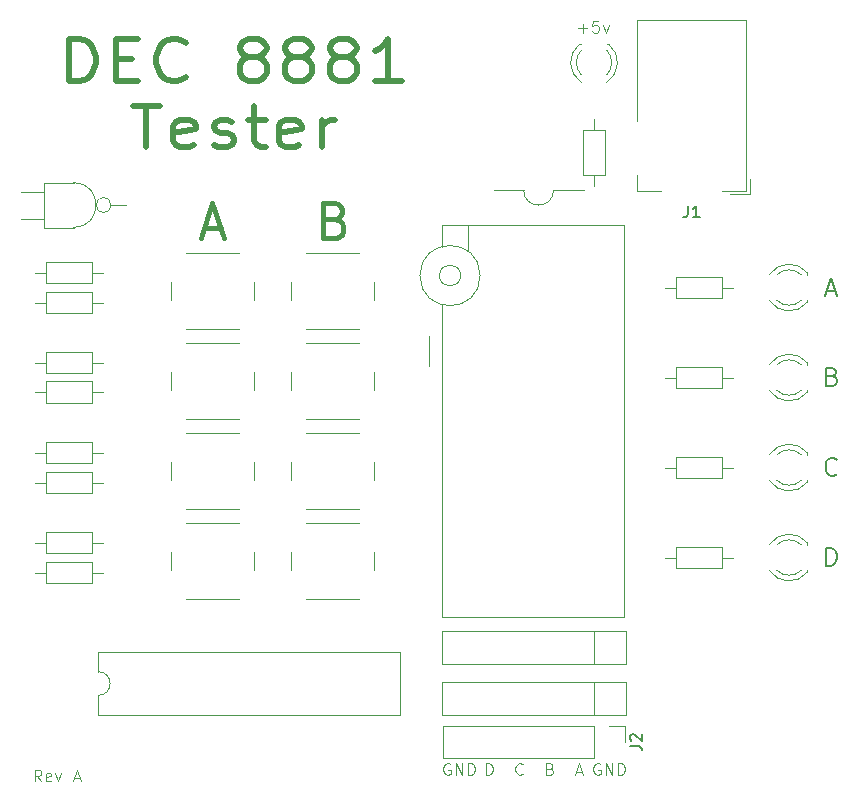
<source format=gto>
G04 #@! TF.GenerationSoftware,KiCad,Pcbnew,8.0.3*
G04 #@! TF.CreationDate,2024-11-19T19:51:00+13:00*
G04 #@! TF.ProjectId,DEC8881_tester,44454338-3838-4315-9f74-65737465722e,rev?*
G04 #@! TF.SameCoordinates,Original*
G04 #@! TF.FileFunction,Legend,Top*
G04 #@! TF.FilePolarity,Positive*
%FSLAX46Y46*%
G04 Gerber Fmt 4.6, Leading zero omitted, Abs format (unit mm)*
G04 Created by KiCad (PCBNEW 8.0.3) date 2024-11-19 19:51:00*
%MOMM*%
%LPD*%
G01*
G04 APERTURE LIST*
%ADD10C,0.100000*%
%ADD11C,0.200000*%
%ADD12C,0.400000*%
%ADD13C,0.500000*%
%ADD14C,0.150000*%
%ADD15C,0.120000*%
%ADD16C,1.400000*%
%ADD17O,1.400000X1.400000*%
%ADD18C,2.000000*%
%ADD19R,1.600000X1.600000*%
%ADD20O,1.600000X1.600000*%
%ADD21R,1.800000X1.800000*%
%ADD22C,1.800000*%
%ADD23C,3.200000*%
%ADD24R,2.000000X1.440000*%
%ADD25O,2.000000X1.440000*%
%ADD26R,4.600000X2.000000*%
%ADD27O,4.200000X2.000000*%
%ADD28O,2.000000X4.200000*%
%ADD29R,1.700000X1.700000*%
%ADD30O,1.700000X1.700000*%
G04 APERTURE END LIST*
D10*
X128905000Y-80010000D02*
X130175000Y-80010000D01*
X123190000Y-81153000D02*
X121285000Y-81153000D01*
X123190000Y-78867000D02*
X121285000Y-78867000D01*
X123190000Y-81915000D02*
X125730000Y-81915000D01*
X123190000Y-78105000D02*
X123190000Y-81915000D01*
X125730000Y-78105000D02*
X123190000Y-78105000D01*
X128905000Y-80010000D02*
G75*
G02*
X127635000Y-80010000I-635000J0D01*
G01*
X127635000Y-80010000D02*
G75*
G02*
X128905000Y-80010000I635000J0D01*
G01*
X125730000Y-78105000D02*
G75*
G02*
X125730000Y-81915000I0J-1905000D01*
G01*
X166370000Y-78740000D02*
G75*
G02*
X163830000Y-78740000I-1270000J0D01*
G01*
X166370000Y-78740000D02*
X168910000Y-78740000D01*
X163830000Y-78740000D02*
X161290000Y-78740000D01*
D11*
X190329285Y-102775671D02*
X190257857Y-102847100D01*
X190257857Y-102847100D02*
X190043571Y-102918528D01*
X190043571Y-102918528D02*
X189900714Y-102918528D01*
X189900714Y-102918528D02*
X189686428Y-102847100D01*
X189686428Y-102847100D02*
X189543571Y-102704242D01*
X189543571Y-102704242D02*
X189472142Y-102561385D01*
X189472142Y-102561385D02*
X189400714Y-102275671D01*
X189400714Y-102275671D02*
X189400714Y-102061385D01*
X189400714Y-102061385D02*
X189472142Y-101775671D01*
X189472142Y-101775671D02*
X189543571Y-101632814D01*
X189543571Y-101632814D02*
X189686428Y-101489957D01*
X189686428Y-101489957D02*
X189900714Y-101418528D01*
X189900714Y-101418528D02*
X190043571Y-101418528D01*
X190043571Y-101418528D02*
X190257857Y-101489957D01*
X190257857Y-101489957D02*
X190329285Y-101561385D01*
D10*
X122998075Y-128802819D02*
X122664742Y-128326628D01*
X122426647Y-128802819D02*
X122426647Y-127802819D01*
X122426647Y-127802819D02*
X122807599Y-127802819D01*
X122807599Y-127802819D02*
X122902837Y-127850438D01*
X122902837Y-127850438D02*
X122950456Y-127898057D01*
X122950456Y-127898057D02*
X122998075Y-127993295D01*
X122998075Y-127993295D02*
X122998075Y-128136152D01*
X122998075Y-128136152D02*
X122950456Y-128231390D01*
X122950456Y-128231390D02*
X122902837Y-128279009D01*
X122902837Y-128279009D02*
X122807599Y-128326628D01*
X122807599Y-128326628D02*
X122426647Y-128326628D01*
X123807599Y-128755200D02*
X123712361Y-128802819D01*
X123712361Y-128802819D02*
X123521885Y-128802819D01*
X123521885Y-128802819D02*
X123426647Y-128755200D01*
X123426647Y-128755200D02*
X123379028Y-128659961D01*
X123379028Y-128659961D02*
X123379028Y-128279009D01*
X123379028Y-128279009D02*
X123426647Y-128183771D01*
X123426647Y-128183771D02*
X123521885Y-128136152D01*
X123521885Y-128136152D02*
X123712361Y-128136152D01*
X123712361Y-128136152D02*
X123807599Y-128183771D01*
X123807599Y-128183771D02*
X123855218Y-128279009D01*
X123855218Y-128279009D02*
X123855218Y-128374247D01*
X123855218Y-128374247D02*
X123379028Y-128469485D01*
X124188552Y-128136152D02*
X124426647Y-128802819D01*
X124426647Y-128802819D02*
X124664742Y-128136152D01*
X125759981Y-128517104D02*
X126236171Y-128517104D01*
X125664743Y-128802819D02*
X125998076Y-127802819D01*
X125998076Y-127802819D02*
X126331409Y-128802819D01*
X168451884Y-65023466D02*
X169213789Y-65023466D01*
X168832836Y-65404419D02*
X168832836Y-64642514D01*
X170166169Y-64404419D02*
X169689979Y-64404419D01*
X169689979Y-64404419D02*
X169642360Y-64880609D01*
X169642360Y-64880609D02*
X169689979Y-64832990D01*
X169689979Y-64832990D02*
X169785217Y-64785371D01*
X169785217Y-64785371D02*
X170023312Y-64785371D01*
X170023312Y-64785371D02*
X170118550Y-64832990D01*
X170118550Y-64832990D02*
X170166169Y-64880609D01*
X170166169Y-64880609D02*
X170213788Y-64975847D01*
X170213788Y-64975847D02*
X170213788Y-65213942D01*
X170213788Y-65213942D02*
X170166169Y-65309180D01*
X170166169Y-65309180D02*
X170118550Y-65356800D01*
X170118550Y-65356800D02*
X170023312Y-65404419D01*
X170023312Y-65404419D02*
X169785217Y-65404419D01*
X169785217Y-65404419D02*
X169689979Y-65356800D01*
X169689979Y-65356800D02*
X169642360Y-65309180D01*
X170547122Y-64737752D02*
X170785217Y-65404419D01*
X170785217Y-65404419D02*
X171023312Y-64737752D01*
X170307095Y-127317038D02*
X170211857Y-127269419D01*
X170211857Y-127269419D02*
X170069000Y-127269419D01*
X170069000Y-127269419D02*
X169926143Y-127317038D01*
X169926143Y-127317038D02*
X169830905Y-127412276D01*
X169830905Y-127412276D02*
X169783286Y-127507514D01*
X169783286Y-127507514D02*
X169735667Y-127697990D01*
X169735667Y-127697990D02*
X169735667Y-127840847D01*
X169735667Y-127840847D02*
X169783286Y-128031323D01*
X169783286Y-128031323D02*
X169830905Y-128126561D01*
X169830905Y-128126561D02*
X169926143Y-128221800D01*
X169926143Y-128221800D02*
X170069000Y-128269419D01*
X170069000Y-128269419D02*
X170164238Y-128269419D01*
X170164238Y-128269419D02*
X170307095Y-128221800D01*
X170307095Y-128221800D02*
X170354714Y-128174180D01*
X170354714Y-128174180D02*
X170354714Y-127840847D01*
X170354714Y-127840847D02*
X170164238Y-127840847D01*
X170783286Y-128269419D02*
X170783286Y-127269419D01*
X170783286Y-127269419D02*
X171354714Y-128269419D01*
X171354714Y-128269419D02*
X171354714Y-127269419D01*
X171830905Y-128269419D02*
X171830905Y-127269419D01*
X171830905Y-127269419D02*
X172069000Y-127269419D01*
X172069000Y-127269419D02*
X172211857Y-127317038D01*
X172211857Y-127317038D02*
X172307095Y-127412276D01*
X172307095Y-127412276D02*
X172354714Y-127507514D01*
X172354714Y-127507514D02*
X172402333Y-127697990D01*
X172402333Y-127697990D02*
X172402333Y-127840847D01*
X172402333Y-127840847D02*
X172354714Y-128031323D01*
X172354714Y-128031323D02*
X172307095Y-128126561D01*
X172307095Y-128126561D02*
X172211857Y-128221800D01*
X172211857Y-128221800D02*
X172069000Y-128269419D01*
X172069000Y-128269419D02*
X171830905Y-128269419D01*
X160647095Y-128269419D02*
X160647095Y-127269419D01*
X160647095Y-127269419D02*
X160885190Y-127269419D01*
X160885190Y-127269419D02*
X161028047Y-127317038D01*
X161028047Y-127317038D02*
X161123285Y-127412276D01*
X161123285Y-127412276D02*
X161170904Y-127507514D01*
X161170904Y-127507514D02*
X161218523Y-127697990D01*
X161218523Y-127697990D02*
X161218523Y-127840847D01*
X161218523Y-127840847D02*
X161170904Y-128031323D01*
X161170904Y-128031323D02*
X161123285Y-128126561D01*
X161123285Y-128126561D02*
X161028047Y-128221800D01*
X161028047Y-128221800D02*
X160885190Y-128269419D01*
X160885190Y-128269419D02*
X160647095Y-128269419D01*
D11*
X189507857Y-87249957D02*
X190222143Y-87249957D01*
X189365000Y-87678528D02*
X189865000Y-86178528D01*
X189865000Y-86178528D02*
X190365000Y-87678528D01*
X189472142Y-110538528D02*
X189472142Y-109038528D01*
X189472142Y-109038528D02*
X189829285Y-109038528D01*
X189829285Y-109038528D02*
X190043571Y-109109957D01*
X190043571Y-109109957D02*
X190186428Y-109252814D01*
X190186428Y-109252814D02*
X190257857Y-109395671D01*
X190257857Y-109395671D02*
X190329285Y-109681385D01*
X190329285Y-109681385D02*
X190329285Y-109895671D01*
X190329285Y-109895671D02*
X190257857Y-110181385D01*
X190257857Y-110181385D02*
X190186428Y-110324242D01*
X190186428Y-110324242D02*
X190043571Y-110467100D01*
X190043571Y-110467100D02*
X189829285Y-110538528D01*
X189829285Y-110538528D02*
X189472142Y-110538528D01*
D10*
X168290905Y-127983704D02*
X168767095Y-127983704D01*
X168195667Y-128269419D02*
X168529000Y-127269419D01*
X168529000Y-127269419D02*
X168862333Y-128269419D01*
D12*
X136774714Y-81939914D02*
X138203286Y-81939914D01*
X136489000Y-82797057D02*
X137489000Y-79797057D01*
X137489000Y-79797057D02*
X138489000Y-82797057D01*
D10*
X157607095Y-127317038D02*
X157511857Y-127269419D01*
X157511857Y-127269419D02*
X157369000Y-127269419D01*
X157369000Y-127269419D02*
X157226143Y-127317038D01*
X157226143Y-127317038D02*
X157130905Y-127412276D01*
X157130905Y-127412276D02*
X157083286Y-127507514D01*
X157083286Y-127507514D02*
X157035667Y-127697990D01*
X157035667Y-127697990D02*
X157035667Y-127840847D01*
X157035667Y-127840847D02*
X157083286Y-128031323D01*
X157083286Y-128031323D02*
X157130905Y-128126561D01*
X157130905Y-128126561D02*
X157226143Y-128221800D01*
X157226143Y-128221800D02*
X157369000Y-128269419D01*
X157369000Y-128269419D02*
X157464238Y-128269419D01*
X157464238Y-128269419D02*
X157607095Y-128221800D01*
X157607095Y-128221800D02*
X157654714Y-128174180D01*
X157654714Y-128174180D02*
X157654714Y-127840847D01*
X157654714Y-127840847D02*
X157464238Y-127840847D01*
X158083286Y-128269419D02*
X158083286Y-127269419D01*
X158083286Y-127269419D02*
X158654714Y-128269419D01*
X158654714Y-128269419D02*
X158654714Y-127269419D01*
X159130905Y-128269419D02*
X159130905Y-127269419D01*
X159130905Y-127269419D02*
X159369000Y-127269419D01*
X159369000Y-127269419D02*
X159511857Y-127317038D01*
X159511857Y-127317038D02*
X159607095Y-127412276D01*
X159607095Y-127412276D02*
X159654714Y-127507514D01*
X159654714Y-127507514D02*
X159702333Y-127697990D01*
X159702333Y-127697990D02*
X159702333Y-127840847D01*
X159702333Y-127840847D02*
X159654714Y-128031323D01*
X159654714Y-128031323D02*
X159607095Y-128126561D01*
X159607095Y-128126561D02*
X159511857Y-128221800D01*
X159511857Y-128221800D02*
X159369000Y-128269419D01*
X159369000Y-128269419D02*
X159130905Y-128269419D01*
D13*
X125318999Y-69475863D02*
X125318999Y-65975863D01*
X125318999Y-65975863D02*
X126271380Y-65975863D01*
X126271380Y-65975863D02*
X126842809Y-66142530D01*
X126842809Y-66142530D02*
X127223761Y-66475863D01*
X127223761Y-66475863D02*
X127414238Y-66809197D01*
X127414238Y-66809197D02*
X127604714Y-67475863D01*
X127604714Y-67475863D02*
X127604714Y-67975863D01*
X127604714Y-67975863D02*
X127414238Y-68642530D01*
X127414238Y-68642530D02*
X127223761Y-68975863D01*
X127223761Y-68975863D02*
X126842809Y-69309197D01*
X126842809Y-69309197D02*
X126271380Y-69475863D01*
X126271380Y-69475863D02*
X125318999Y-69475863D01*
X129318999Y-67642530D02*
X130652333Y-67642530D01*
X131223761Y-69475863D02*
X129318999Y-69475863D01*
X129318999Y-69475863D02*
X129318999Y-65975863D01*
X129318999Y-65975863D02*
X131223761Y-65975863D01*
X135223762Y-69142530D02*
X135033286Y-69309197D01*
X135033286Y-69309197D02*
X134461857Y-69475863D01*
X134461857Y-69475863D02*
X134080905Y-69475863D01*
X134080905Y-69475863D02*
X133509476Y-69309197D01*
X133509476Y-69309197D02*
X133128524Y-68975863D01*
X133128524Y-68975863D02*
X132938047Y-68642530D01*
X132938047Y-68642530D02*
X132747571Y-67975863D01*
X132747571Y-67975863D02*
X132747571Y-67475863D01*
X132747571Y-67475863D02*
X132938047Y-66809197D01*
X132938047Y-66809197D02*
X133128524Y-66475863D01*
X133128524Y-66475863D02*
X133509476Y-66142530D01*
X133509476Y-66142530D02*
X134080905Y-65975863D01*
X134080905Y-65975863D02*
X134461857Y-65975863D01*
X134461857Y-65975863D02*
X135033286Y-66142530D01*
X135033286Y-66142530D02*
X135223762Y-66309197D01*
X140557095Y-67475863D02*
X140176143Y-67309197D01*
X140176143Y-67309197D02*
X139985666Y-67142530D01*
X139985666Y-67142530D02*
X139795190Y-66809197D01*
X139795190Y-66809197D02*
X139795190Y-66642530D01*
X139795190Y-66642530D02*
X139985666Y-66309197D01*
X139985666Y-66309197D02*
X140176143Y-66142530D01*
X140176143Y-66142530D02*
X140557095Y-65975863D01*
X140557095Y-65975863D02*
X141319000Y-65975863D01*
X141319000Y-65975863D02*
X141699952Y-66142530D01*
X141699952Y-66142530D02*
X141890428Y-66309197D01*
X141890428Y-66309197D02*
X142080905Y-66642530D01*
X142080905Y-66642530D02*
X142080905Y-66809197D01*
X142080905Y-66809197D02*
X141890428Y-67142530D01*
X141890428Y-67142530D02*
X141699952Y-67309197D01*
X141699952Y-67309197D02*
X141319000Y-67475863D01*
X141319000Y-67475863D02*
X140557095Y-67475863D01*
X140557095Y-67475863D02*
X140176143Y-67642530D01*
X140176143Y-67642530D02*
X139985666Y-67809197D01*
X139985666Y-67809197D02*
X139795190Y-68142530D01*
X139795190Y-68142530D02*
X139795190Y-68809197D01*
X139795190Y-68809197D02*
X139985666Y-69142530D01*
X139985666Y-69142530D02*
X140176143Y-69309197D01*
X140176143Y-69309197D02*
X140557095Y-69475863D01*
X140557095Y-69475863D02*
X141319000Y-69475863D01*
X141319000Y-69475863D02*
X141699952Y-69309197D01*
X141699952Y-69309197D02*
X141890428Y-69142530D01*
X141890428Y-69142530D02*
X142080905Y-68809197D01*
X142080905Y-68809197D02*
X142080905Y-68142530D01*
X142080905Y-68142530D02*
X141890428Y-67809197D01*
X141890428Y-67809197D02*
X141699952Y-67642530D01*
X141699952Y-67642530D02*
X141319000Y-67475863D01*
X144366619Y-67475863D02*
X143985667Y-67309197D01*
X143985667Y-67309197D02*
X143795190Y-67142530D01*
X143795190Y-67142530D02*
X143604714Y-66809197D01*
X143604714Y-66809197D02*
X143604714Y-66642530D01*
X143604714Y-66642530D02*
X143795190Y-66309197D01*
X143795190Y-66309197D02*
X143985667Y-66142530D01*
X143985667Y-66142530D02*
X144366619Y-65975863D01*
X144366619Y-65975863D02*
X145128524Y-65975863D01*
X145128524Y-65975863D02*
X145509476Y-66142530D01*
X145509476Y-66142530D02*
X145699952Y-66309197D01*
X145699952Y-66309197D02*
X145890429Y-66642530D01*
X145890429Y-66642530D02*
X145890429Y-66809197D01*
X145890429Y-66809197D02*
X145699952Y-67142530D01*
X145699952Y-67142530D02*
X145509476Y-67309197D01*
X145509476Y-67309197D02*
X145128524Y-67475863D01*
X145128524Y-67475863D02*
X144366619Y-67475863D01*
X144366619Y-67475863D02*
X143985667Y-67642530D01*
X143985667Y-67642530D02*
X143795190Y-67809197D01*
X143795190Y-67809197D02*
X143604714Y-68142530D01*
X143604714Y-68142530D02*
X143604714Y-68809197D01*
X143604714Y-68809197D02*
X143795190Y-69142530D01*
X143795190Y-69142530D02*
X143985667Y-69309197D01*
X143985667Y-69309197D02*
X144366619Y-69475863D01*
X144366619Y-69475863D02*
X145128524Y-69475863D01*
X145128524Y-69475863D02*
X145509476Y-69309197D01*
X145509476Y-69309197D02*
X145699952Y-69142530D01*
X145699952Y-69142530D02*
X145890429Y-68809197D01*
X145890429Y-68809197D02*
X145890429Y-68142530D01*
X145890429Y-68142530D02*
X145699952Y-67809197D01*
X145699952Y-67809197D02*
X145509476Y-67642530D01*
X145509476Y-67642530D02*
X145128524Y-67475863D01*
X148176143Y-67475863D02*
X147795191Y-67309197D01*
X147795191Y-67309197D02*
X147604714Y-67142530D01*
X147604714Y-67142530D02*
X147414238Y-66809197D01*
X147414238Y-66809197D02*
X147414238Y-66642530D01*
X147414238Y-66642530D02*
X147604714Y-66309197D01*
X147604714Y-66309197D02*
X147795191Y-66142530D01*
X147795191Y-66142530D02*
X148176143Y-65975863D01*
X148176143Y-65975863D02*
X148938048Y-65975863D01*
X148938048Y-65975863D02*
X149319000Y-66142530D01*
X149319000Y-66142530D02*
X149509476Y-66309197D01*
X149509476Y-66309197D02*
X149699953Y-66642530D01*
X149699953Y-66642530D02*
X149699953Y-66809197D01*
X149699953Y-66809197D02*
X149509476Y-67142530D01*
X149509476Y-67142530D02*
X149319000Y-67309197D01*
X149319000Y-67309197D02*
X148938048Y-67475863D01*
X148938048Y-67475863D02*
X148176143Y-67475863D01*
X148176143Y-67475863D02*
X147795191Y-67642530D01*
X147795191Y-67642530D02*
X147604714Y-67809197D01*
X147604714Y-67809197D02*
X147414238Y-68142530D01*
X147414238Y-68142530D02*
X147414238Y-68809197D01*
X147414238Y-68809197D02*
X147604714Y-69142530D01*
X147604714Y-69142530D02*
X147795191Y-69309197D01*
X147795191Y-69309197D02*
X148176143Y-69475863D01*
X148176143Y-69475863D02*
X148938048Y-69475863D01*
X148938048Y-69475863D02*
X149319000Y-69309197D01*
X149319000Y-69309197D02*
X149509476Y-69142530D01*
X149509476Y-69142530D02*
X149699953Y-68809197D01*
X149699953Y-68809197D02*
X149699953Y-68142530D01*
X149699953Y-68142530D02*
X149509476Y-67809197D01*
X149509476Y-67809197D02*
X149319000Y-67642530D01*
X149319000Y-67642530D02*
X148938048Y-67475863D01*
X153509477Y-69475863D02*
X151223762Y-69475863D01*
X152366619Y-69475863D02*
X152366619Y-65975863D01*
X152366619Y-65975863D02*
X151985667Y-66475863D01*
X151985667Y-66475863D02*
X151604715Y-66809197D01*
X151604715Y-66809197D02*
X151223762Y-66975863D01*
X130747572Y-71610667D02*
X133033286Y-71610667D01*
X131890429Y-75110667D02*
X131890429Y-71610667D01*
X135890429Y-74944001D02*
X135509477Y-75110667D01*
X135509477Y-75110667D02*
X134747572Y-75110667D01*
X134747572Y-75110667D02*
X134366619Y-74944001D01*
X134366619Y-74944001D02*
X134176143Y-74610667D01*
X134176143Y-74610667D02*
X134176143Y-73277334D01*
X134176143Y-73277334D02*
X134366619Y-72944001D01*
X134366619Y-72944001D02*
X134747572Y-72777334D01*
X134747572Y-72777334D02*
X135509477Y-72777334D01*
X135509477Y-72777334D02*
X135890429Y-72944001D01*
X135890429Y-72944001D02*
X136080905Y-73277334D01*
X136080905Y-73277334D02*
X136080905Y-73610667D01*
X136080905Y-73610667D02*
X134176143Y-73944001D01*
X137604714Y-74944001D02*
X137985667Y-75110667D01*
X137985667Y-75110667D02*
X138747571Y-75110667D01*
X138747571Y-75110667D02*
X139128524Y-74944001D01*
X139128524Y-74944001D02*
X139319000Y-74610667D01*
X139319000Y-74610667D02*
X139319000Y-74444001D01*
X139319000Y-74444001D02*
X139128524Y-74110667D01*
X139128524Y-74110667D02*
X138747571Y-73944001D01*
X138747571Y-73944001D02*
X138176143Y-73944001D01*
X138176143Y-73944001D02*
X137795190Y-73777334D01*
X137795190Y-73777334D02*
X137604714Y-73444001D01*
X137604714Y-73444001D02*
X137604714Y-73277334D01*
X137604714Y-73277334D02*
X137795190Y-72944001D01*
X137795190Y-72944001D02*
X138176143Y-72777334D01*
X138176143Y-72777334D02*
X138747571Y-72777334D01*
X138747571Y-72777334D02*
X139128524Y-72944001D01*
X140461857Y-72777334D02*
X141985666Y-72777334D01*
X141033285Y-71610667D02*
X141033285Y-74610667D01*
X141033285Y-74610667D02*
X141223762Y-74944001D01*
X141223762Y-74944001D02*
X141604714Y-75110667D01*
X141604714Y-75110667D02*
X141985666Y-75110667D01*
X144842809Y-74944001D02*
X144461857Y-75110667D01*
X144461857Y-75110667D02*
X143699952Y-75110667D01*
X143699952Y-75110667D02*
X143318999Y-74944001D01*
X143318999Y-74944001D02*
X143128523Y-74610667D01*
X143128523Y-74610667D02*
X143128523Y-73277334D01*
X143128523Y-73277334D02*
X143318999Y-72944001D01*
X143318999Y-72944001D02*
X143699952Y-72777334D01*
X143699952Y-72777334D02*
X144461857Y-72777334D01*
X144461857Y-72777334D02*
X144842809Y-72944001D01*
X144842809Y-72944001D02*
X145033285Y-73277334D01*
X145033285Y-73277334D02*
X145033285Y-73610667D01*
X145033285Y-73610667D02*
X143128523Y-73944001D01*
X146747570Y-75110667D02*
X146747570Y-72777334D01*
X146747570Y-73444001D02*
X146938047Y-73110667D01*
X146938047Y-73110667D02*
X147128523Y-72944001D01*
X147128523Y-72944001D02*
X147509475Y-72777334D01*
X147509475Y-72777334D02*
X147890428Y-72777334D01*
D10*
X166060428Y-127745609D02*
X166203285Y-127793228D01*
X166203285Y-127793228D02*
X166250904Y-127840847D01*
X166250904Y-127840847D02*
X166298523Y-127936085D01*
X166298523Y-127936085D02*
X166298523Y-128078942D01*
X166298523Y-128078942D02*
X166250904Y-128174180D01*
X166250904Y-128174180D02*
X166203285Y-128221800D01*
X166203285Y-128221800D02*
X166108047Y-128269419D01*
X166108047Y-128269419D02*
X165727095Y-128269419D01*
X165727095Y-128269419D02*
X165727095Y-127269419D01*
X165727095Y-127269419D02*
X166060428Y-127269419D01*
X166060428Y-127269419D02*
X166155666Y-127317038D01*
X166155666Y-127317038D02*
X166203285Y-127364657D01*
X166203285Y-127364657D02*
X166250904Y-127459895D01*
X166250904Y-127459895D02*
X166250904Y-127555133D01*
X166250904Y-127555133D02*
X166203285Y-127650371D01*
X166203285Y-127650371D02*
X166155666Y-127697990D01*
X166155666Y-127697990D02*
X166060428Y-127745609D01*
X166060428Y-127745609D02*
X165727095Y-127745609D01*
D12*
X147863285Y-81225628D02*
X148291857Y-81368485D01*
X148291857Y-81368485D02*
X148434714Y-81511342D01*
X148434714Y-81511342D02*
X148577571Y-81797057D01*
X148577571Y-81797057D02*
X148577571Y-82225628D01*
X148577571Y-82225628D02*
X148434714Y-82511342D01*
X148434714Y-82511342D02*
X148291857Y-82654200D01*
X148291857Y-82654200D02*
X148006142Y-82797057D01*
X148006142Y-82797057D02*
X146863285Y-82797057D01*
X146863285Y-82797057D02*
X146863285Y-79797057D01*
X146863285Y-79797057D02*
X147863285Y-79797057D01*
X147863285Y-79797057D02*
X148149000Y-79939914D01*
X148149000Y-79939914D02*
X148291857Y-80082771D01*
X148291857Y-80082771D02*
X148434714Y-80368485D01*
X148434714Y-80368485D02*
X148434714Y-80654200D01*
X148434714Y-80654200D02*
X148291857Y-80939914D01*
X148291857Y-80939914D02*
X148149000Y-81082771D01*
X148149000Y-81082771D02*
X147863285Y-81225628D01*
X147863285Y-81225628D02*
X146863285Y-81225628D01*
D10*
X163758523Y-128174180D02*
X163710904Y-128221800D01*
X163710904Y-128221800D02*
X163568047Y-128269419D01*
X163568047Y-128269419D02*
X163472809Y-128269419D01*
X163472809Y-128269419D02*
X163329952Y-128221800D01*
X163329952Y-128221800D02*
X163234714Y-128126561D01*
X163234714Y-128126561D02*
X163187095Y-128031323D01*
X163187095Y-128031323D02*
X163139476Y-127840847D01*
X163139476Y-127840847D02*
X163139476Y-127697990D01*
X163139476Y-127697990D02*
X163187095Y-127507514D01*
X163187095Y-127507514D02*
X163234714Y-127412276D01*
X163234714Y-127412276D02*
X163329952Y-127317038D01*
X163329952Y-127317038D02*
X163472809Y-127269419D01*
X163472809Y-127269419D02*
X163568047Y-127269419D01*
X163568047Y-127269419D02*
X163710904Y-127317038D01*
X163710904Y-127317038D02*
X163758523Y-127364657D01*
D11*
X189972142Y-94512814D02*
X190186428Y-94584242D01*
X190186428Y-94584242D02*
X190257857Y-94655671D01*
X190257857Y-94655671D02*
X190329285Y-94798528D01*
X190329285Y-94798528D02*
X190329285Y-95012814D01*
X190329285Y-95012814D02*
X190257857Y-95155671D01*
X190257857Y-95155671D02*
X190186428Y-95227100D01*
X190186428Y-95227100D02*
X190043571Y-95298528D01*
X190043571Y-95298528D02*
X189472142Y-95298528D01*
X189472142Y-95298528D02*
X189472142Y-93798528D01*
X189472142Y-93798528D02*
X189972142Y-93798528D01*
X189972142Y-93798528D02*
X190115000Y-93869957D01*
X190115000Y-93869957D02*
X190186428Y-93941385D01*
X190186428Y-93941385D02*
X190257857Y-94084242D01*
X190257857Y-94084242D02*
X190257857Y-94227100D01*
X190257857Y-94227100D02*
X190186428Y-94369957D01*
X190186428Y-94369957D02*
X190115000Y-94441385D01*
X190115000Y-94441385D02*
X189972142Y-94512814D01*
X189972142Y-94512814D02*
X189472142Y-94512814D01*
D14*
X177735666Y-80059819D02*
X177735666Y-80774104D01*
X177735666Y-80774104D02*
X177688047Y-80916961D01*
X177688047Y-80916961D02*
X177592809Y-81012200D01*
X177592809Y-81012200D02*
X177449952Y-81059819D01*
X177449952Y-81059819D02*
X177354714Y-81059819D01*
X178735666Y-81059819D02*
X178164238Y-81059819D01*
X178449952Y-81059819D02*
X178449952Y-80059819D01*
X178449952Y-80059819D02*
X178354714Y-80202676D01*
X178354714Y-80202676D02*
X178259476Y-80297914D01*
X178259476Y-80297914D02*
X178164238Y-80345533D01*
X172853819Y-125809333D02*
X173568104Y-125809333D01*
X173568104Y-125809333D02*
X173710961Y-125856952D01*
X173710961Y-125856952D02*
X173806200Y-125952190D01*
X173806200Y-125952190D02*
X173853819Y-126095047D01*
X173853819Y-126095047D02*
X173853819Y-126190285D01*
X172949057Y-125380761D02*
X172901438Y-125333142D01*
X172901438Y-125333142D02*
X172853819Y-125237904D01*
X172853819Y-125237904D02*
X172853819Y-124999809D01*
X172853819Y-124999809D02*
X172901438Y-124904571D01*
X172901438Y-124904571D02*
X172949057Y-124856952D01*
X172949057Y-124856952D02*
X173044295Y-124809333D01*
X173044295Y-124809333D02*
X173139533Y-124809333D01*
X173139533Y-124809333D02*
X173282390Y-124856952D01*
X173282390Y-124856952D02*
X173853819Y-125428380D01*
X173853819Y-125428380D02*
X173853819Y-124809333D01*
D15*
X122479000Y-103505000D02*
X123429000Y-103505000D01*
X123429000Y-102585000D02*
X123429000Y-104425000D01*
X123429000Y-104425000D02*
X127269000Y-104425000D01*
X127269000Y-102585000D02*
X123429000Y-102585000D01*
X127269000Y-104425000D02*
X127269000Y-102585000D01*
X128219000Y-103505000D02*
X127269000Y-103505000D01*
X144149000Y-101775000D02*
X144149000Y-103275000D01*
X145399000Y-105775000D02*
X149899000Y-105775000D01*
X149899000Y-99275000D02*
X145399000Y-99275000D01*
X151149000Y-103275000D02*
X151149000Y-101775000D01*
X122479000Y-100965000D02*
X123429000Y-100965000D01*
X123429000Y-100045000D02*
X123429000Y-101885000D01*
X123429000Y-101885000D02*
X127269000Y-101885000D01*
X127269000Y-100045000D02*
X123429000Y-100045000D01*
X127269000Y-101885000D02*
X127269000Y-100045000D01*
X128219000Y-100965000D02*
X127269000Y-100965000D01*
X122479000Y-108585000D02*
X123429000Y-108585000D01*
X123429000Y-107665000D02*
X123429000Y-109505000D01*
X123429000Y-109505000D02*
X127269000Y-109505000D01*
X127269000Y-107665000D02*
X123429000Y-107665000D01*
X127269000Y-109505000D02*
X127269000Y-107665000D01*
X128219000Y-108585000D02*
X127269000Y-108585000D01*
X133989000Y-109395000D02*
X133989000Y-110895000D01*
X135239000Y-113395000D02*
X139739000Y-113395000D01*
X139739000Y-106895000D02*
X135239000Y-106895000D01*
X140989000Y-110895000D02*
X140989000Y-109395000D01*
X156929000Y-116075000D02*
X156929000Y-118875000D01*
X156929000Y-118875000D02*
X172509000Y-118875000D01*
X169799000Y-118875000D02*
X169799000Y-116075000D01*
X172509000Y-116075000D02*
X156929000Y-116075000D01*
X172509000Y-118875000D02*
X172509000Y-116075000D01*
X122479000Y-93345000D02*
X123429000Y-93345000D01*
X123429000Y-92425000D02*
X123429000Y-94265000D01*
X123429000Y-94265000D02*
X127269000Y-94265000D01*
X127269000Y-92425000D02*
X123429000Y-92425000D01*
X127269000Y-94265000D02*
X127269000Y-92425000D01*
X128219000Y-93345000D02*
X127269000Y-93345000D01*
X133989000Y-86535000D02*
X133989000Y-88035000D01*
X135239000Y-90535000D02*
X139739000Y-90535000D01*
X139739000Y-84035000D02*
X135239000Y-84035000D01*
X140989000Y-88035000D02*
X140989000Y-86535000D01*
X187869000Y-85915000D02*
X187869000Y-85759000D01*
X187869000Y-88231000D02*
X187869000Y-88075000D01*
X184636665Y-85916392D02*
G75*
G02*
X187869000Y-85759484I1672335J-1078608D01*
G01*
X185267870Y-85915163D02*
G75*
G02*
X187349961Y-85915000I1041130J-1079837D01*
G01*
X187349961Y-88075000D02*
G75*
G02*
X185267870Y-88074837I-1040961J1080000D01*
G01*
X187869000Y-88230516D02*
G75*
G02*
X184636665Y-88073608I-1560000J1235516D01*
G01*
X144149000Y-94155000D02*
X144149000Y-95655000D01*
X145399000Y-98155000D02*
X149899000Y-98155000D01*
X149899000Y-91655000D02*
X145399000Y-91655000D01*
X151149000Y-95655000D02*
X151149000Y-94155000D01*
X122479000Y-88265000D02*
X123429000Y-88265000D01*
X123429000Y-87345000D02*
X123429000Y-89185000D01*
X123429000Y-89185000D02*
X127269000Y-89185000D01*
X127269000Y-87345000D02*
X123429000Y-87345000D01*
X127269000Y-89185000D02*
X127269000Y-87345000D01*
X128219000Y-88265000D02*
X127269000Y-88265000D01*
X175819000Y-102235000D02*
X176769000Y-102235000D01*
X176769000Y-101315000D02*
X176769000Y-103155000D01*
X176769000Y-103155000D02*
X180609000Y-103155000D01*
X180609000Y-101315000D02*
X176769000Y-101315000D01*
X180609000Y-103155000D02*
X180609000Y-101315000D01*
X181559000Y-102235000D02*
X180609000Y-102235000D01*
X155857400Y-93599000D02*
X155857400Y-91059000D01*
X156917400Y-81669000D02*
X156917400Y-83529000D01*
X156917400Y-88429000D02*
X156917400Y-114869000D01*
X156917400Y-114869000D02*
X172317400Y-114869000D01*
X159157400Y-81669000D02*
X159157400Y-83929000D01*
X172317400Y-81669000D02*
X156917400Y-81669000D01*
X172317400Y-114869000D02*
X172317400Y-81669000D01*
X158507400Y-85979000D02*
G75*
G02*
X156707400Y-85979000I-900000J0D01*
G01*
X156707400Y-85979000D02*
G75*
G02*
X158507400Y-85979000I900000J0D01*
G01*
X160157400Y-85979000D02*
G75*
G02*
X155057400Y-85979000I-2550000J0D01*
G01*
X155057400Y-85979000D02*
G75*
G02*
X160157400Y-85979000I2550000J0D01*
G01*
X187869000Y-108775000D02*
X187869000Y-108619000D01*
X187869000Y-111091000D02*
X187869000Y-110935000D01*
X184636665Y-108776392D02*
G75*
G02*
X187869000Y-108619484I1672335J-1078608D01*
G01*
X185267870Y-108775163D02*
G75*
G02*
X187349961Y-108775000I1041130J-1079837D01*
G01*
X187349961Y-110935000D02*
G75*
G02*
X185267870Y-110934837I-1040961J1080000D01*
G01*
X187869000Y-111090516D02*
G75*
G02*
X184636665Y-110933608I-1560000J1235516D01*
G01*
X175819000Y-109855000D02*
X176769000Y-109855000D01*
X176769000Y-108935000D02*
X176769000Y-110775000D01*
X176769000Y-110775000D02*
X180609000Y-110775000D01*
X180609000Y-108935000D02*
X176769000Y-108935000D01*
X180609000Y-110775000D02*
X180609000Y-108935000D01*
X181559000Y-109855000D02*
X180609000Y-109855000D01*
X156929000Y-120425000D02*
X156929000Y-123225000D01*
X156929000Y-123225000D02*
X172509000Y-123225000D01*
X169799000Y-123225000D02*
X169799000Y-120425000D01*
X172509000Y-120425000D02*
X156929000Y-120425000D01*
X172509000Y-123225000D02*
X172509000Y-120425000D01*
X127829000Y-117873000D02*
X127829000Y-119523000D01*
X127829000Y-121523000D02*
X127829000Y-123173000D01*
X127829000Y-123173000D02*
X153349000Y-123173000D01*
X153349000Y-117873000D02*
X127829000Y-117873000D01*
X153349000Y-123173000D02*
X153349000Y-117873000D01*
X127829000Y-119523000D02*
G75*
G02*
X127829000Y-121523000I0J-1000000D01*
G01*
X133989000Y-94155000D02*
X133989000Y-95655000D01*
X135239000Y-98155000D02*
X139739000Y-98155000D01*
X139739000Y-91655000D02*
X135239000Y-91655000D01*
X140989000Y-95655000D02*
X140989000Y-94155000D01*
X187869000Y-101155000D02*
X187869000Y-100999000D01*
X187869000Y-103471000D02*
X187869000Y-103315000D01*
X184636665Y-101156392D02*
G75*
G02*
X187869000Y-100999484I1672335J-1078608D01*
G01*
X185267870Y-101155163D02*
G75*
G02*
X187349961Y-101155000I1041130J-1079837D01*
G01*
X187349961Y-103315000D02*
G75*
G02*
X185267870Y-103314837I-1040961J1080000D01*
G01*
X187869000Y-103470516D02*
G75*
G02*
X184636665Y-103313608I-1560000J1235516D01*
G01*
X133989000Y-101775000D02*
X133989000Y-103275000D01*
X135239000Y-105775000D02*
X139739000Y-105775000D01*
X139739000Y-99275000D02*
X135239000Y-99275000D01*
X140989000Y-103275000D02*
X140989000Y-101775000D01*
X175819000Y-86995000D02*
X176769000Y-86995000D01*
X176769000Y-86075000D02*
X176769000Y-87915000D01*
X176769000Y-87915000D02*
X180609000Y-87915000D01*
X180609000Y-86075000D02*
X176769000Y-86075000D01*
X180609000Y-87915000D02*
X180609000Y-86075000D01*
X181559000Y-86995000D02*
X180609000Y-86995000D01*
X122479000Y-111125000D02*
X123429000Y-111125000D01*
X123429000Y-110205000D02*
X123429000Y-112045000D01*
X123429000Y-112045000D02*
X127269000Y-112045000D01*
X127269000Y-110205000D02*
X123429000Y-110205000D01*
X127269000Y-112045000D02*
X127269000Y-110205000D01*
X128219000Y-111125000D02*
X127269000Y-111125000D01*
X122479000Y-85725000D02*
X123429000Y-85725000D01*
X123429000Y-84805000D02*
X123429000Y-86645000D01*
X123429000Y-86645000D02*
X127269000Y-86645000D01*
X127269000Y-84805000D02*
X123429000Y-84805000D01*
X127269000Y-86645000D02*
X127269000Y-84805000D01*
X128219000Y-85725000D02*
X127269000Y-85725000D01*
X168719000Y-66385000D02*
X168563000Y-66385000D01*
X171035000Y-66385000D02*
X170879000Y-66385000D01*
X168719163Y-68986130D02*
G75*
G02*
X168719000Y-66904039I1079837J1041130D01*
G01*
X168720392Y-69617335D02*
G75*
G02*
X168563484Y-66385000I1078608J1672335D01*
G01*
X170879000Y-66904039D02*
G75*
G02*
X170878837Y-68986130I-1080000J-1040961D01*
G01*
X171034516Y-66385000D02*
G75*
G02*
X170877608Y-69617335I-1235516J-1560000D01*
G01*
X187869000Y-93535000D02*
X187869000Y-93379000D01*
X187869000Y-95851000D02*
X187869000Y-95695000D01*
X184636665Y-93536392D02*
G75*
G02*
X187869000Y-93379484I1672335J-1078608D01*
G01*
X185267870Y-93535163D02*
G75*
G02*
X187349961Y-93535000I1041130J-1079837D01*
G01*
X187349961Y-95695000D02*
G75*
G02*
X185267870Y-95694837I-1040961J1080000D01*
G01*
X187869000Y-95850516D02*
G75*
G02*
X184636665Y-95693608I-1560000J1235516D01*
G01*
X144149000Y-109395000D02*
X144149000Y-110895000D01*
X145399000Y-113395000D02*
X149899000Y-113395000D01*
X149899000Y-106895000D02*
X145399000Y-106895000D01*
X151149000Y-110895000D02*
X151149000Y-109395000D01*
X168879000Y-73645000D02*
X168879000Y-77485000D01*
X168879000Y-77485000D02*
X170719000Y-77485000D01*
X169799000Y-72695000D02*
X169799000Y-73645000D01*
X169799000Y-78435000D02*
X169799000Y-77485000D01*
X170719000Y-73645000D02*
X168879000Y-73645000D01*
X170719000Y-77485000D02*
X170719000Y-73645000D01*
X122479000Y-95815000D02*
X123429000Y-95815000D01*
X123429000Y-94895000D02*
X123429000Y-96735000D01*
X123429000Y-96735000D02*
X127269000Y-96735000D01*
X127269000Y-94895000D02*
X123429000Y-94895000D01*
X127269000Y-96735000D02*
X127269000Y-94895000D01*
X128219000Y-95815000D02*
X127269000Y-95815000D01*
X173469000Y-64305000D02*
X182669000Y-64305000D01*
X173469000Y-72905000D02*
X173469000Y-64305000D01*
X173469000Y-78805000D02*
X173469000Y-77505000D01*
X175469000Y-78805000D02*
X173469000Y-78805000D01*
X181269000Y-79105000D02*
X182969000Y-79105000D01*
X182669000Y-64305000D02*
X182669000Y-78805000D01*
X182669000Y-78805000D02*
X180669000Y-78805000D01*
X182969000Y-79105000D02*
X182969000Y-77805000D01*
X157039000Y-124146000D02*
X157039000Y-126806000D01*
X169799000Y-124146000D02*
X157039000Y-124146000D01*
X169799000Y-124146000D02*
X169799000Y-126806000D01*
X169799000Y-126806000D02*
X157039000Y-126806000D01*
X171069000Y-124146000D02*
X172399000Y-124146000D01*
X172399000Y-124146000D02*
X172399000Y-125476000D01*
X144149000Y-86535000D02*
X144149000Y-88035000D01*
X145399000Y-90535000D02*
X149899000Y-90535000D01*
X149899000Y-84035000D02*
X145399000Y-84035000D01*
X151149000Y-88035000D02*
X151149000Y-86535000D01*
X175819000Y-94615000D02*
X176769000Y-94615000D01*
X176769000Y-93695000D02*
X176769000Y-95535000D01*
X176769000Y-95535000D02*
X180609000Y-95535000D01*
X180609000Y-93695000D02*
X176769000Y-93695000D01*
X180609000Y-95535000D02*
X180609000Y-93695000D01*
X181559000Y-94615000D02*
X180609000Y-94615000D01*
%LPC*%
D16*
X121539000Y-103505000D03*
D17*
X129159000Y-103505000D03*
D18*
X144399000Y-100275000D03*
X150899000Y-100275000D03*
X144399000Y-104775000D03*
X150899000Y-104775000D03*
D16*
X121539000Y-100965000D03*
D17*
X129159000Y-100965000D03*
D16*
X121539000Y-108585000D03*
D17*
X129159000Y-108585000D03*
D18*
X134239000Y-107895000D03*
X140739000Y-107895000D03*
X134239000Y-112395000D03*
X140739000Y-112395000D03*
D19*
X171069000Y-117475000D03*
D20*
X168529000Y-117475000D03*
X165989000Y-117475000D03*
X163449000Y-117475000D03*
X160909000Y-117475000D03*
X158369000Y-117475000D03*
D16*
X121539000Y-93345000D03*
D17*
X129159000Y-93345000D03*
D18*
X134239000Y-85035000D03*
X140739000Y-85035000D03*
X134239000Y-89535000D03*
X140739000Y-89535000D03*
D21*
X187579000Y-86995000D03*
D22*
X185039000Y-86995000D03*
D18*
X144399000Y-92655000D03*
X150899000Y-92655000D03*
X144399000Y-97155000D03*
X150899000Y-97155000D03*
D16*
X121539000Y-88265000D03*
D17*
X129159000Y-88265000D03*
D23*
X118999000Y-125730000D03*
D16*
X174879000Y-102235000D03*
D17*
X182499000Y-102235000D03*
D24*
X160807400Y-92329000D03*
D25*
X160807400Y-94869000D03*
X160807400Y-97409000D03*
X160807400Y-99949000D03*
X160807400Y-102489000D03*
X160807400Y-105029000D03*
X160807400Y-107569000D03*
X168427400Y-107569000D03*
X168427400Y-105029000D03*
X168427400Y-102489000D03*
X168427400Y-99949000D03*
X168427400Y-97409000D03*
X168427400Y-94869000D03*
X168427400Y-92329000D03*
D21*
X187579000Y-109855000D03*
D22*
X185039000Y-109855000D03*
D16*
X174879000Y-109855000D03*
D17*
X182499000Y-109855000D03*
D19*
X171069000Y-121825000D03*
D20*
X168529000Y-121825000D03*
X165989000Y-121825000D03*
X163449000Y-121825000D03*
X160909000Y-121825000D03*
X158369000Y-121825000D03*
D19*
X129159000Y-124333000D03*
D20*
X131699000Y-124333000D03*
X134239000Y-124333000D03*
X136779000Y-124333000D03*
X139319000Y-124333000D03*
X141859000Y-124333000D03*
X144399000Y-124333000D03*
X146939000Y-124333000D03*
X149479000Y-124333000D03*
X152019000Y-124333000D03*
X152019000Y-116713000D03*
X149479000Y-116713000D03*
X146939000Y-116713000D03*
X144399000Y-116713000D03*
X141859000Y-116713000D03*
X139319000Y-116713000D03*
X136779000Y-116713000D03*
X134239000Y-116713000D03*
X131699000Y-116713000D03*
X129159000Y-116713000D03*
D18*
X134239000Y-92655000D03*
X140739000Y-92655000D03*
X134239000Y-97155000D03*
X140739000Y-97155000D03*
D21*
X187579000Y-102235000D03*
D22*
X185039000Y-102235000D03*
D18*
X134239000Y-100275000D03*
X140739000Y-100275000D03*
X134239000Y-104775000D03*
X140739000Y-104775000D03*
D16*
X174879000Y-86995000D03*
D17*
X182499000Y-86995000D03*
D16*
X121539000Y-111125000D03*
D17*
X129159000Y-111125000D03*
D16*
X121539000Y-85725000D03*
D17*
X129159000Y-85725000D03*
D23*
X118999000Y-67945000D03*
X187579000Y-125730000D03*
D21*
X169799000Y-66675000D03*
D22*
X169799000Y-69215000D03*
D21*
X187579000Y-94615000D03*
D22*
X185039000Y-94615000D03*
D18*
X144399000Y-107895000D03*
X150899000Y-107895000D03*
X144399000Y-112395000D03*
X150899000Y-112395000D03*
D23*
X187579000Y-67945000D03*
D16*
X169799000Y-79375000D03*
D17*
X169799000Y-71755000D03*
D16*
X121539000Y-95815000D03*
D17*
X129159000Y-95815000D03*
D26*
X178069000Y-78105000D03*
D27*
X178069000Y-71805000D03*
D28*
X173269000Y-75205000D03*
D29*
X171069000Y-125476000D03*
D30*
X168529000Y-125476000D03*
X165989000Y-125476000D03*
X163449000Y-125476000D03*
X160909000Y-125476000D03*
X158369000Y-125476000D03*
D18*
X144399000Y-85035000D03*
X150899000Y-85035000D03*
X144399000Y-89535000D03*
X150899000Y-89535000D03*
D16*
X174879000Y-94615000D03*
D17*
X182499000Y-94615000D03*
%LPD*%
M02*

</source>
